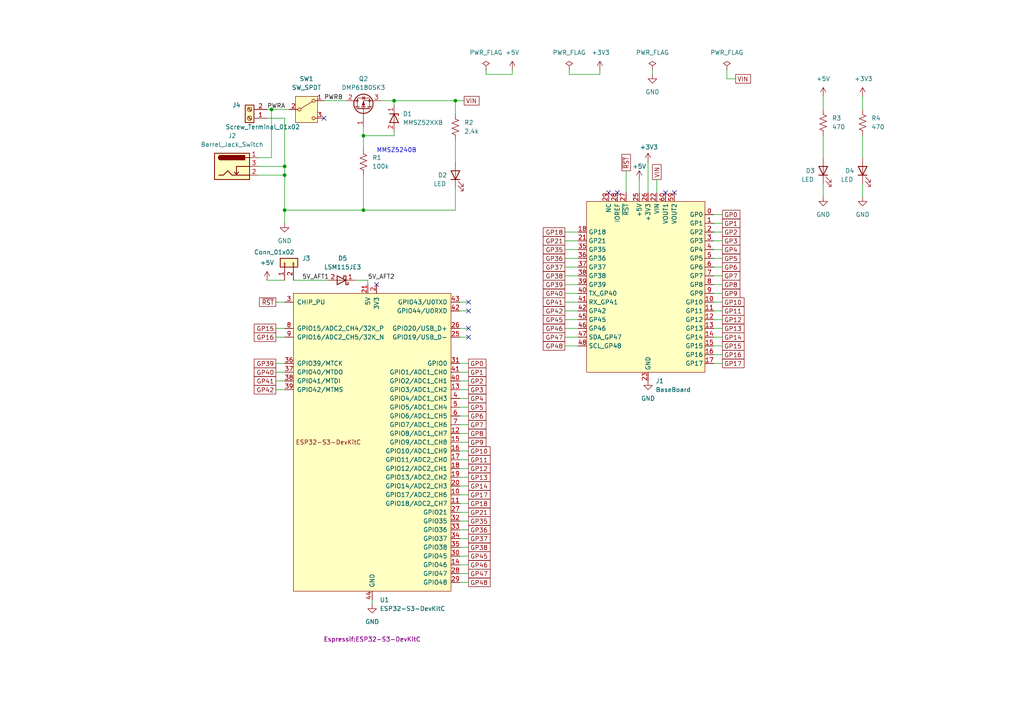
<source format=kicad_sch>
(kicad_sch (version 20231120) (generator "eeschema") (generator_version "8.0")
  (paper "A4")
  (lib_symbols
    (symbol "Connector:Barrel_Jack_Switch" (pin_names hide)
      (property "Reference" "J" (at 0 5.334 0))
      (property "Value" "Barrel_Jack_Switch" (at 0 -5.08 0))
      (symbol "Barrel_Jack_Switch_0_1"
        (rectangle (start -5.08 3.81) (end 5.08 -3.81) (stroke (width 0.254)) (fill (type background)))
        (arc (start -3.302 3.175) (mid -3.9343 2.54) (end -3.302 1.905) (stroke (width 0.254)))
        (arc (start -3.302 3.175) (mid -3.9343 2.54) (end -3.302 1.905) (stroke (width 0.254)) (fill (type outline)))
        (polyline (pts (xy 1.27 -2.286) (xy 1.905 -1.651)) (stroke (width 0.254)))
        (polyline (pts (xy 5.08 2.54) (xy 3.81 2.54)) (stroke (width 0.254)))
        (polyline (pts (xy 5.08 0) (xy 1.27 0) (xy 1.27 -2.286) (xy 0.635 -1.651)) (stroke (width 0.254)))
        (polyline (pts (xy -3.81 -2.54) (xy -2.54 -2.54) (xy -1.27 -1.27) (xy 0 -2.54) (xy 2.54 -2.54) (xy 5.08 -2.54)) (stroke (width 0.254)))
        (rectangle (start 3.683 3.175) (end -3.302 1.905) (stroke (width 0.254)) (fill (type outline)))
      )
      (symbol "Barrel_Jack_Switch_1_1"
        (pin passive line (at 7.62 2.54 180) (length 2.54) (name "~") (number "1"))
        (pin passive line (at 7.62 -2.54 180) (length 2.54) (name "~") (number "2"))
        (pin passive line (at 7.62 0 180) (length 2.54) (name "~") (number "3"))
      )
    )
    (symbol "Connector:Screw_Terminal_01x02" (pin_names (offset 1.016) hide)
      (property "Reference" "J" (at 0 2.54 0))
      (property "Value" "Screw_Terminal_01x02" (at 0 -5.08 0))
      (symbol "Screw_Terminal_01x02_1_1"
        (rectangle (start -1.27 1.27) (end 1.27 -3.81) (stroke (width 0.254)) (fill (type background)))
        (circle (center 0 -2.54) (radius 0.635) (stroke (width 0.1524)))
        (polyline (pts (xy -0.5334 -2.2098) (xy 0.3302 -3.048)) (stroke (width 0.1524)))
        (polyline (pts (xy -0.5334 0.3302) (xy 0.3302 -0.508)) (stroke (width 0.1524)))
        (polyline (pts (xy -0.3556 -2.032) (xy 0.508 -2.8702)) (stroke (width 0.1524)))
        (polyline (pts (xy -0.3556 0.508) (xy 0.508 -0.3302)) (stroke (width 0.1524)))
        (circle (center 0 0) (radius 0.635) (stroke (width 0.1524)))
        (pin passive line (at -5.08 0 0) (length 3.81) (name "Pin_1") (number "1"))
        (pin passive line (at -5.08 -2.54 0) (length 3.81) (name "Pin_2") (number "2"))
      )
    )
    (symbol "Connector_Generic:Conn_01x02" (pin_names (offset 1.016) hide)
      (property "Reference" "J" (at 0 2.54 0))
      (property "Value" "Conn_01x02" (at 0 -5.08 0))
      (symbol "Conn_01x02_1_1"
        (rectangle (start -1.27 -2.413) (end 0 -2.667) (stroke (width 0.1524)))
        (rectangle (start -1.27 0.127) (end 0 -0.127) (stroke (width 0.1524)))
        (rectangle (start -1.27 1.27) (end 1.27 -3.81) (stroke (width 0.254)) (fill (type background)))
        (pin passive line (at -5.08 0 0) (length 3.81) (name "Pin_1") (number "1"))
        (pin passive line (at -5.08 -2.54 0) (length 3.81) (name "Pin_2") (number "2"))
      )
    )
    (symbol "Device:LED" (pin_numbers hide) (pin_names (offset 1.016) hide)
      (property "Reference" "D" (at 0 2.54 0))
      (property "Value" "LED" (at 0 -2.54 0))
      (symbol "LED_0_1"
        (polyline (pts (xy -1.27 -1.27) (xy -1.27 1.27)) (stroke (width 0.254)))
        (polyline (pts (xy -1.27 0) (xy 1.27 0)))
        (polyline (pts (xy 1.27 -1.27) (xy 1.27 1.27) (xy -1.27 0) (xy 1.27 -1.27)) (stroke (width 0.254)))
        (polyline (pts (xy -3.048 -0.762) (xy -4.572 -2.286) (xy -3.81 -2.286) (xy -4.572 -2.286) (xy -4.572 -1.524)))
        (polyline (pts (xy -1.778 -0.762) (xy -3.302 -2.286) (xy -2.54 -2.286) (xy -3.302 -2.286) (xy -3.302 -1.524)))
      )
      (symbol "LED_1_1"
        (pin passive line (at -3.81 0 0) (length 2.54) (name "K") (number "1"))
        (pin passive line (at 3.81 0 180) (length 2.54) (name "A") (number "2"))
      )
    )
    (symbol "Device:R_US" (pin_numbers hide) (pin_names (offset 0))
      (property "Reference" "R" (at 2.54 0 90))
      (property "Value" "R_US" (at -2.54 0 90))
      (symbol "R_US_0_1"
        (polyline (pts (xy 0 -2.286) (xy 0 -2.54)))
        (polyline (pts (xy 0 2.286) (xy 0 2.54)))
        (polyline (pts (xy 0 -0.762) (xy 1.016 -1.143) (xy 0 -1.524) (xy -1.016 -1.905) (xy 0 -2.286)))
        (polyline (pts (xy 0 0.762) (xy 1.016 0.381) (xy 0 0) (xy -1.016 -0.381) (xy 0 -0.762)))
        (polyline (pts (xy 0 2.286) (xy 1.016 1.905) (xy 0 1.524) (xy -1.016 1.143) (xy 0 0.762)))
      )
      (symbol "R_US_1_1"
        (pin passive line (at 0 3.81 270) (length 1.27) (name "~") (number "1"))
        (pin passive line (at 0 -3.81 90) (length 1.27) (name "~") (number "2"))
      )
    )
    (symbol "Espressif:ESP32-S3-DevKitC" (pin_names (offset 1.016))
      (property "Reference" "U" (at -22.86 48.26 0))
      (property "Value" "ESP32-S3-DevKitC" (at -22.86 45.72 0))
      (symbol "ESP32-S3-DevKitC_0_0"
        (text "ESP32-S3-DevKitC" (at -12.7 0 0) (effects (font (size 1.27 1.27))))
        (pin bidirectional line (at 25.4 -35.56 180) (length 2.54) (name "GPIO46") (number "14"))
        (pin bidirectional line (at 25.4 -10.16 180) (length 2.54) (name "GPIO13/ADC2_CH2") (number "19"))
        (pin bidirectional line (at -25.4 15.24 0) (length 2.54) (name "GPIO42/MTMS") (number "39"))
        (pin bidirectional line (at 25.4 17.78 180) (length 2.54) (name "GPIO2/ADC1_CH1") (number "40"))
        (pin bidirectional line (at 25.4 20.32 180) (length 2.54) (name "GPIO1/ADC1_CH0") (number "41"))
        (pin bidirectional line (at 25.4 38.1 180) (length 2.54) (name "GPIO44/U0RXD") (number "42"))
        (pin bidirectional line (at 25.4 40.64 180) (length 2.54) (name "GPIO43/U0TXD") (number "43"))
        (pin power_in line (at 0 -45.72 90) (length 2.54) (name "GND") (number "44"))
      )
      (symbol "ESP32-S3-DevKitC_0_1"
        (rectangle (start -22.86 43.18) (end 22.86 -43.18) (fill (type background)))
        (pin power_in line (at 1.27 45.72 270) (length 2.54) (name "3V3") (number "2"))
      )
      (symbol "ESP32-S3-DevKitC_1_1"
        (pin passive line (at 1.27 45.72 270) (length 2.54) hide (name "3V3") (number "1"))
        (pin bidirectional line (at 25.4 -15.24 180) (length 2.54) (name "GPIO17/ADC2_CH6") (number "10"))
        (pin bidirectional line (at 25.4 -17.78 180) (length 2.54) (name "GPIO18/ADC2_CH7") (number "11"))
        (pin bidirectional line (at 25.4 2.54 180) (length 2.54) (name "GPIO8/ADC1_CH7") (number "12"))
        (pin bidirectional line (at 25.4 15.24 180) (length 2.54) (name "GPIO3/ADC1_CH2") (number "13"))
        (pin bidirectional line (at 25.4 0 180) (length 2.54) (name "GPIO9/ADC1_CH8") (number "15"))
        (pin bidirectional line (at 25.4 -2.54 180) (length 2.54) (name "GPIO10/ADC1_CH9") (number "16"))
        (pin bidirectional line (at 25.4 -5.08 180) (length 2.54) (name "GPIO11/ADC2_CH0") (number "17"))
        (pin bidirectional line (at 25.4 -7.62 180) (length 2.54) (name "GPIO12/ADC2_CH1") (number "18"))
        (pin bidirectional line (at 25.4 -12.7 180) (length 2.54) (name "GPIO14/ADC2_CH3") (number "20"))
        (pin power_in line (at -1.27 45.72 270) (length 2.54) (name "5V") (number "21"))
        (pin passive line (at 0 -45.72 90) (length 2.54) hide (name "GND") (number "22"))
        (pin passive line (at 0 -45.72 90) (length 2.54) hide (name "GND") (number "23"))
        (pin passive line (at 0 -45.72 90) (length 2.54) hide (name "GND") (number "24"))
        (pin bidirectional line (at 25.4 30.48 180) (length 2.54) (name "GPIO19/USB_D-") (number "25"))
        (pin bidirectional line (at 25.4 33.02 180) (length 2.54) (name "GPIO20/USB_D+") (number "26"))
        (pin bidirectional line (at 25.4 -20.32 180) (length 2.54) (name "GPIO21") (number "27"))
        (pin bidirectional line (at 25.4 -38.1 180) (length 2.54) (name "GPIO47") (number "28"))
        (pin bidirectional line (at 25.4 -40.64 180) (length 2.54) (name "GPIO48") (number "29"))
        (pin input line (at -25.4 40.64 0) (length 2.54) (name "CHIP_PU") (number "3"))
        (pin bidirectional line (at 25.4 -33.02 180) (length 2.54) (name "GPIO45") (number "30"))
        (pin bidirectional line (at 25.4 22.86 180) (length 2.54) (name "GPIO0") (number "31"))
        (pin bidirectional line (at 25.4 -22.86 180) (length 2.54) (name "GPIO35") (number "32"))
        (pin bidirectional line (at 25.4 -25.4 180) (length 2.54) (name "GPIO36") (number "33"))
        (pin bidirectional line (at 25.4 -27.94 180) (length 2.54) (name "GPIO37") (number "34"))
        (pin bidirectional line (at 25.4 -30.48 180) (length 2.54) (name "GPIO38") (number "35"))
        (pin bidirectional line (at -25.4 22.86 0) (length 2.54) (name "GPIO39/MTCK") (number "36"))
        (pin bidirectional line (at -25.4 20.32 0) (length 2.54) (name "GPIO40/MTDO") (number "37"))
        (pin bidirectional line (at -25.4 17.78 0) (length 2.54) (name "GPIO41/MTDI") (number "38"))
        (pin bidirectional line (at 25.4 12.7 180) (length 2.54) (name "GPIO4/ADC1_CH3") (number "4"))
        (pin bidirectional line (at 25.4 10.16 180) (length 2.54) (name "GPIO5/ADC1_CH4") (number "5"))
        (pin bidirectional line (at 25.4 7.62 180) (length 2.54) (name "GPIO6/ADC1_CH5") (number "6"))
        (pin bidirectional line (at 25.4 5.08 180) (length 2.54) (name "GPIO7/ADC1_CH6") (number "7"))
        (pin bidirectional line (at -25.4 33.02 0) (length 2.54) (name "GPIO15/ADC2_CH4/32K_P") (number "8"))
        (pin bidirectional line (at -25.4 30.48 0) (length 2.54) (name "GPIO16/ADC2_CH5/32K_N") (number "9"))
      )
    )
    (symbol "Switch:SW_SPDT" (pin_names (offset 0) hide)
      (property "Reference" "SW" (at 0 5.08 0))
      (property "Value" "SW_SPDT" (at 0 -5.08 0))
      (symbol "SW_SPDT_0_1"
        (circle (center -2.032 0) (radius 0.4572))
        (polyline (pts (xy -1.651 0.254) (xy 1.651 2.286)))
        (circle (center 2.032 -2.54) (radius 0.4572))
        (circle (center 2.032 2.54) (radius 0.4572))
      )
      (symbol "SW_SPDT_1_1"
        (rectangle (start -3.175 3.81) (end 3.175 -3.81) (fill (type background)))
        (pin passive line (at 5.08 2.54 180) (length 2.54) (name "A") (number "1"))
        (pin passive line (at -5.08 0 0) (length 2.54) (name "B") (number "2"))
        (pin passive line (at 5.08 -2.54 180) (length 2.54) (name "C") (number "3"))
      )
    )
    (symbol "myparts:BaseBoard"
      (property "Reference" "J" (at -19.304 -42.926 0))
      (property "Value" "BaseBoard" (at -26.67 12.954 0))
      (symbol "BaseBoard_1_1"
        (rectangle (start -20.32 8.89) (end 13.97 -40.64) (fill (type background)))
        (pin bidirectional line (at 16.51 5.08 180) (length 2.54) (name "GP0") (number "0"))
        (pin bidirectional line (at 16.51 2.54 180) (length 2.54) (name "GP1") (number "1"))
        (pin bidirectional line (at 16.51 -20.32 180) (length 2.54) (name "GP10") (number "10"))
        (pin bidirectional line (at 16.51 -22.86 180) (length 2.54) (name "GP11") (number "11"))
        (pin bidirectional line (at 16.51 -25.4 180) (length 2.54) (name "GP12") (number "12"))
        (pin bidirectional line (at 16.51 -27.94 180) (length 2.54) (name "GP13") (number "13"))
        (pin bidirectional line (at 16.51 -30.48 180) (length 2.54) (name "GP14") (number "14"))
        (pin bidirectional line (at 16.51 -33.02 180) (length 2.54) (name "GP15") (number "15"))
        (pin bidirectional line (at 16.51 -35.56 180) (length 2.54) (name "GP16") (number "16"))
        (pin bidirectional line (at 16.51 -38.1 180) (length 2.54) (name "GP17") (number "17"))
        (pin bidirectional line (at -22.86 0 0) (length 2.54) (name "GP18") (number "18"))
        (pin bidirectional line (at 16.51 0 180) (length 2.54) (name "GP2") (number "2"))
        (pin bidirectional line (at -22.86 -2.54 0) (length 2.54) (name "GP21") (number "21"))
        (pin power_in line (at 0 11.43 270) (length 2.54) (name "VIN") (number "22"))
        (pin power_in line (at -2.54 -43.18 90) (length 2.54) (name "GND") (number "23"))
        (pin power_in line (at -2.54 -43.18 90) (length 2.54) hide (name "GND") (number "24"))
        (pin power_in line (at -5.08 11.43 270) (length 2.54) (name "+5V") (number "25"))
        (pin power_in line (at -2.54 11.43 270) (length 2.54) (name "+3V3") (number "26"))
        (pin bidirectional line (at -8.89 11.43 270) (length 2.54) (name "~{RST}") (number "27"))
        (pin bidirectional line (at -11.43 11.43 270) (length 2.54) (name "IOREF") (number "28"))
        (pin bidirectional line (at -13.97 11.43 270) (length 2.54) (name "NC") (number "29"))
        (pin bidirectional line (at 16.51 -2.54 180) (length 2.54) (name "GP3") (number "3"))
        (pin power_in line (at -2.54 -43.18 90) (length 2.54) hide (name "GND") (number "30"))
        (pin power_in line (at -2.54 11.43 270) (length 2.54) hide (name "+3V3") (number "32"))
        (pin bidirectional line (at -22.86 -5.08 0) (length 2.54) (name "GP35") (number "35"))
        (pin bidirectional line (at -22.86 -7.62 0) (length 2.54) (name "GP36") (number "36"))
        (pin bidirectional line (at -22.86 -10.16 0) (length 2.54) (name "GP37") (number "37"))
        (pin bidirectional line (at -22.86 -12.7 0) (length 2.54) (name "GP38") (number "38"))
        (pin bidirectional line (at -22.86 -15.24 0) (length 2.54) (name "GP39") (number "39"))
        (pin bidirectional line (at 16.51 -5.08 180) (length 2.54) (name "GP4") (number "4"))
        (pin bidirectional line (at -22.86 -17.78 0) (length 2.54) (name "TX_GP40") (number "40"))
        (pin bidirectional line (at -22.86 -20.32 0) (length 2.54) (name "RX_GP41") (number "41"))
        (pin bidirectional line (at -22.86 -22.86 0) (length 2.54) (name "GP42") (number "42"))
        (pin bidirectional line (at -22.86 -25.4 0) (length 2.54) (name "GP45") (number "45"))
        (pin bidirectional line (at -22.86 -27.94 0) (length 2.54) (name "GP46") (number "46"))
        (pin bidirectional line (at -22.86 -30.48 0) (length 2.54) (name "SDA_GP47") (number "47"))
        (pin bidirectional line (at -22.86 -33.02 0) (length 2.54) (name "SCL_GP48") (number "48"))
        (pin bidirectional line (at 16.51 -7.62 180) (length 2.54) (name "GP5") (number "5"))
        (pin power_in line (at 0 11.43 270) (length 2.54) hide (name "VIN") (number "53"))
        (pin power_in line (at 0 11.43 270) (length 2.54) hide (name "VIN") (number "54"))
        (pin power_in line (at -2.54 -43.18 90) (length 2.54) hide (name "GND") (number "55"))
        (pin power_in line (at -2.54 -43.18 90) (length 2.54) hide (name "GND") (number "56"))
        (pin power_in line (at -2.54 -43.18 90) (length 2.54) hide (name "GND") (number "57"))
        (pin power_in line (at -2.54 -43.18 90) (length 2.54) hide (name "GND") (number "58"))
        (pin power_in line (at 5.08 11.43 270) (length 2.54) (name "VOUT2") (number "59"))
        (pin bidirectional line (at 16.51 -10.16 180) (length 2.54) (name "GP6") (number "6"))
        (pin power_in line (at 2.54 11.43 270) (length 2.54) (name "VOUT1") (number "60"))
        (pin power_in line (at -5.08 11.43 270) (length 2.54) hide (name "+5V") (number "61"))
        (pin power_in line (at -2.54 11.43 270) (length 2.54) hide (name "+3V3") (number "62"))
        (pin bidirectional line (at 16.51 -12.7 180) (length 2.54) (name "GP7") (number "7"))
        (pin bidirectional line (at 16.51 -15.24 180) (length 2.54) (name "GP8") (number "8"))
        (pin bidirectional line (at 16.51 -17.78 180) (length 2.54) (name "GP9") (number "9"))
      )
    )
    (symbol "myparts:DMP6180SK3" (pin_names hide)
      (property "Reference" "Q" (at -6.35 3.81 0))
      (property "Value" "DMP6180SK3" (at -8.89 -5.08 0))
      (symbol "DMP6180SK3_0_1"
        (circle (center -0.889 0) (radius 2.794) (stroke (width 0.254)))
        (circle (center 0 -1.778) (radius 0.254) (fill (type outline)))
        (polyline (pts (xy -2.286 0) (xy -5.08 0)))
        (polyline (pts (xy -2.286 1.905) (xy -2.286 -1.905)) (stroke (width 0.254)))
        (polyline (pts (xy -1.778 -1.27) (xy -1.778 -2.286)) (stroke (width 0.254)))
        (polyline (pts (xy -1.778 0.508) (xy -1.778 -0.508)) (stroke (width 0.254)))
        (polyline (pts (xy -1.778 2.286) (xy -1.778 1.27)) (stroke (width 0.254)))
        (polyline (pts (xy 0 2.54) (xy 0 1.778)))
        (polyline (pts (xy 0 -2.54) (xy 0 0) (xy -1.778 0)))
        (polyline (pts (xy -1.778 1.778) (xy 0.762 1.778) (xy 0.762 -1.778) (xy -1.778 -1.778)))
        (polyline (pts (xy -0.254 0) (xy -1.27 0.381) (xy -1.27 -0.381) (xy -0.254 0)) (fill (type outline)))
        (polyline (pts (xy 0.254 -0.508) (xy 0.381 -0.381) (xy 1.143 -0.381) (xy 1.27 -0.254)))
        (polyline (pts (xy 0.762 -0.381) (xy 0.381 0.254) (xy 1.143 0.254) (xy 0.762 -0.381)))
        (circle (center 0 1.778) (radius 0.254) (fill (type outline)))
      )
      (symbol "DMP6180SK3_1_1"
        (pin input line (at -7.62 0 0) (length 2.54) (name "G") (number "1"))
        (pin passive line (at 0 5.08 270) (length 2.54) (name "D") (number "2"))
        (pin passive line (at 0 -5.08 90) (length 2.54) (name "S") (number "3"))
      )
    )
    (symbol "myparts:LSM115JE3" (pin_names hide)
      (property "Reference" "D" (at -1.27 2.794 0))
      (property "Value" "LSM115JE3" (at 0 0 0))
      (symbol "LSM115JE3_0_1"
        (polyline (pts (xy 1.27 0) (xy -1.27 0)))
        (polyline (pts (xy 1.27 1.27) (xy 1.27 -1.27) (xy -1.27 0) (xy 1.27 1.27)) (stroke (width 0.254)))
        (polyline (pts (xy -1.905 0.635) (xy -1.905 1.27) (xy -1.27 1.27) (xy -1.27 -1.27) (xy -0.635 -1.27) (xy -0.635 -0.635)) (stroke (width 0.254)))
      )
      (symbol "LSM115JE3_1_1"
        (pin passive line (at -3.81 0 0) (length 2.54) (name "K") (number "1"))
        (pin passive line (at 3.81 0 180) (length 2.54) (name "A") (number "2"))
      )
    )
    (symbol "myparts:MMSZ52XXB" (pin_names hide)
      (property "Reference" "D" (at -7.62 -2.54 0))
      (property "Value" "MMSZ52XXB" (at -2.54 3.81 0))
      (symbol "MMSZ52XXB_0_1"
        (polyline (pts (xy 2.54 0) (xy 0 0)))
        (polyline (pts (xy 0 -1.27) (xy 0 1.27) (xy 0.508 1.27)) (stroke (width 0.254)))
        (polyline (pts (xy 2.54 -1.27) (xy 2.54 1.27) (xy 0 0) (xy 2.54 -1.27)) (stroke (width 0.254)))
      )
      (symbol "MMSZ52XXB_1_1"
        (pin passive line (at -2.54 0 0) (length 2.54) (name "K") (number "1"))
        (pin passive line (at 5.08 0 180) (length 2.54) (name "A") (number "2"))
      )
    )
    (symbol "power:+3V3" (power) (pin_numbers hide) (pin_names (offset 0) hide)
      (property "Value" "+3V3" (at 0 3.556 0))
      (symbol "+3V3_0_1"
        (polyline (pts (xy -0.762 1.27) (xy 0 2.54)))
        (polyline (pts (xy 0 0) (xy 0 2.54)))
        (polyline (pts (xy 0 2.54) (xy 0.762 1.27)))
      )
      (symbol "+3V3_1_1"
        (pin power_in line (at 0 0 90) (length 0) (name "~") (number "1"))
      )
    )
    (symbol "power:+5V" (power) (pin_numbers hide) (pin_names (offset 0) hide)
      (property "Value" "+5V" (at 0 3.556 0))
      (symbol "+5V_0_1"
        (polyline (pts (xy -0.762 1.27) (xy 0 2.54)))
        (polyline (pts (xy 0 0) (xy 0 2.54)))
        (polyline (pts (xy 0 2.54) (xy 0.762 1.27)))
      )
      (symbol "+5V_1_1"
        (pin power_in line (at 0 0 90) (length 0) (name "~") (number "1"))
      )
    )
    (symbol "power:GND" (power) (pin_numbers hide) (pin_names (offset 0) hide)
      (property "Value" "GND" (at 0 -3.81 0))
      (symbol "GND_0_1"
        (polyline (pts (xy 0 0) (xy 0 -1.27) (xy 1.27 -1.27) (xy 0 -2.54) (xy -1.27 -1.27) (xy 0 -1.27)))
      )
      (symbol "GND_1_1"
        (pin power_in line (at 0 0 270) (length 0) (name "~") (number "1"))
      )
    )
    (symbol "power:PWR_FLAG" (power) (pin_numbers hide) (pin_names (offset 0) hide)
      (property "Value" "PWR_FLAG" (at 0 3.81 0))
      (symbol "PWR_FLAG_0_0"
        (pin power_out line (at 0 0 90) (length 0) (name "~") (number "1"))
      )
      (symbol "PWR_FLAG_0_1"
        (polyline (pts (xy 0 0) (xy 0 1.27) (xy -1.016 1.905) (xy 0 2.54) (xy 1.016 1.905) (xy 0 1.27)))
      )
    )
  )
  (junction (at 105.41 39.37))
  (junction (at 132.08 29.21))
  (junction (at 82.55 60.96))
  (junction (at 82.55 48.26))
  (junction (at 114.3 29.21))
  (junction (at 78.74 31.75))
  (junction (at 82.55 50.8))
  (junction (at 105.41 60.96))
  (no_connect (at 135.89 97.79))
  (no_connect (at 135.89 95.25))
  (no_connect (at 135.89 90.17))
  (no_connect (at 135.89 87.63))
  (no_connect (at 179.07 55.88))
  (no_connect (at 93.98 34.29))
  (no_connect (at 195.58 55.88))
  (no_connect (at 193.04 55.88))
  (no_connect (at 109.22 82.55))
  (no_connect (at 176.53 55.88))
  (wire (pts (xy 105.41 39.37) (xy 105.41 43.18)))
  (wire (pts (xy 132.08 29.21) (xy 132.08 33.02)))
  (wire (pts (xy 165.1 20.32) (xy 165.1 21.59)))
  (wire (pts (xy 93.98 29.21) (xy 100.33 29.21)))
  (wire (pts (xy 207.01 100.33) (xy 209.55 100.33)))
  (wire (pts (xy 133.35 138.43) (xy 135.89 138.43)))
  (wire (pts (xy 207.01 80.01) (xy 209.55 80.01)))
  (wire (pts (xy 77.47 31.75) (xy 78.74 31.75)))
  (wire (pts (xy 77.47 34.29) (xy 82.55 34.29)))
  (wire (pts (xy 82.55 60.96) (xy 82.55 64.77)))
  (wire (pts (xy 207.01 69.85) (xy 209.55 69.85)))
  (wire (pts (xy 80.01 87.63) (xy 82.55 87.63)))
  (wire (pts (xy 133.35 158.75) (xy 135.89 158.75)))
  (wire (pts (xy 133.35 168.91) (xy 135.89 168.91)))
  (wire (pts (xy 163.83 87.63) (xy 167.64 87.63)))
  (wire (pts (xy 133.35 133.35) (xy 135.89 133.35)))
  (wire (pts (xy 207.01 62.23) (xy 209.55 62.23)))
  (wire (pts (xy 133.35 115.57) (xy 135.89 115.57)))
  (wire (pts (xy 133.35 161.29) (xy 135.89 161.29)))
  (wire (pts (xy 148.59 20.32) (xy 148.59 21.59)))
  (wire (pts (xy 106.68 81.28) (xy 106.68 82.55)))
  (wire (pts (xy 105.41 60.96) (xy 132.08 60.96)))
  (wire (pts (xy 82.55 34.29) (xy 82.55 48.26)))
  (wire (pts (xy 133.35 105.41) (xy 135.89 105.41)))
  (wire (pts (xy 133.35 128.27) (xy 135.89 128.27)))
  (wire (pts (xy 238.76 39.37) (xy 238.76 45.72)))
  (wire (pts (xy 82.55 48.26) (xy 82.55 50.8)))
  (wire (pts (xy 207.01 92.71) (xy 209.55 92.71)))
  (wire (pts (xy 77.47 81.28) (xy 82.55 81.28)))
  (wire (pts (xy 80.01 113.03) (xy 82.55 113.03)))
  (wire (pts (xy 74.93 45.72) (xy 78.74 45.72)))
  (wire (pts (xy 133.35 95.25) (xy 135.89 95.25)))
  (wire (pts (xy 163.83 77.47) (xy 167.64 77.47)))
  (wire (pts (xy 133.35 107.95) (xy 135.89 107.95)))
  (wire (pts (xy 250.19 53.34) (xy 250.19 57.15)))
  (wire (pts (xy 80.01 97.79) (xy 82.55 97.79)))
  (wire (pts (xy 133.35 120.65) (xy 135.89 120.65)))
  (wire (pts (xy 133.35 151.13) (xy 135.89 151.13)))
  (wire (pts (xy 133.35 135.89) (xy 135.89 135.89)))
  (wire (pts (xy 185.42 52.07) (xy 185.42 55.88)))
  (wire (pts (xy 133.35 146.05) (xy 135.89 146.05)))
  (wire (pts (xy 250.19 27.94) (xy 250.19 31.75)))
  (wire (pts (xy 207.01 64.77) (xy 209.55 64.77)))
  (wire (pts (xy 140.97 20.32) (xy 140.97 21.59)))
  (wire (pts (xy 110.49 29.21) (xy 114.3 29.21)))
  (wire (pts (xy 80.01 110.49) (xy 82.55 110.49)))
  (wire (pts (xy 207.01 105.41) (xy 209.55 105.41)))
  (wire (pts (xy 133.35 166.37) (xy 135.89 166.37)))
  (wire (pts (xy 163.83 67.31) (xy 167.64 67.31)))
  (wire (pts (xy 165.1 21.59) (xy 173.99 21.59)))
  (wire (pts (xy 163.83 85.09) (xy 167.64 85.09)))
  (wire (pts (xy 207.01 67.31) (xy 209.55 67.31)))
  (wire (pts (xy 163.83 100.33) (xy 167.64 100.33)))
  (wire (pts (xy 74.93 50.8) (xy 82.55 50.8)))
  (wire (pts (xy 173.99 21.59) (xy 173.99 20.32)))
  (wire (pts (xy 207.01 77.47) (xy 209.55 77.47)))
  (wire (pts (xy 207.01 90.17) (xy 209.55 90.17)))
  (wire (pts (xy 207.01 97.79) (xy 209.55 97.79)))
  (wire (pts (xy 163.83 95.25) (xy 167.64 95.25)))
  (wire (pts (xy 133.35 90.17) (xy 135.89 90.17)))
  (wire (pts (xy 207.01 95.25) (xy 209.55 95.25)))
  (wire (pts (xy 207.01 74.93) (xy 209.55 74.93)))
  (wire (pts (xy 114.3 38.1) (xy 114.3 39.37)))
  (wire (pts (xy 207.01 85.09) (xy 209.55 85.09)))
  (wire (pts (xy 207.01 102.87) (xy 209.55 102.87)))
  (wire (pts (xy 133.35 97.79) (xy 135.89 97.79)))
  (wire (pts (xy 133.35 123.19) (xy 135.89 123.19)))
  (wire (pts (xy 107.95 173.99) (xy 107.95 175.26)))
  (wire (pts (xy 80.01 105.41) (xy 82.55 105.41)))
  (wire (pts (xy 207.01 72.39) (xy 209.55 72.39)))
  (wire (pts (xy 80.01 107.95) (xy 82.55 107.95)))
  (wire (pts (xy 190.5 52.07) (xy 190.5 55.88)))
  (wire (pts (xy 132.08 40.64) (xy 132.08 46.99)))
  (wire (pts (xy 148.59 21.59) (xy 140.97 21.59)))
  (wire (pts (xy 133.35 130.81) (xy 135.89 130.81)))
  (wire (pts (xy 133.35 156.21) (xy 135.89 156.21)))
  (wire (pts (xy 114.3 29.21) (xy 114.3 30.48)))
  (wire (pts (xy 105.41 50.8) (xy 105.41 60.96)))
  (wire (pts (xy 250.19 39.37) (xy 250.19 45.72)))
  (wire (pts (xy 163.83 92.71) (xy 167.64 92.71)))
  (wire (pts (xy 102.87 81.28) (xy 106.68 81.28)))
  (wire (pts (xy 78.74 45.72) (xy 78.74 31.75)))
  (wire (pts (xy 133.35 153.67) (xy 135.89 153.67)))
  (wire (pts (xy 181.61 49.53) (xy 181.61 55.88)))
  (wire (pts (xy 82.55 50.8) (xy 82.55 60.96)))
  (wire (pts (xy 189.23 20.32) (xy 189.23 21.59)))
  (wire (pts (xy 82.55 60.96) (xy 105.41 60.96)))
  (wire (pts (xy 238.76 53.34) (xy 238.76 57.15)))
  (wire (pts (xy 207.01 87.63) (xy 209.55 87.63)))
  (wire (pts (xy 114.3 39.37) (xy 105.41 39.37)))
  (wire (pts (xy 133.35 125.73) (xy 135.89 125.73)))
  (wire (pts (xy 133.35 87.63) (xy 135.89 87.63)))
  (wire (pts (xy 163.83 72.39) (xy 167.64 72.39)))
  (wire (pts (xy 133.35 163.83) (xy 135.89 163.83)))
  (wire (pts (xy 163.83 80.01) (xy 167.64 80.01)))
  (wire (pts (xy 207.01 82.55) (xy 209.55 82.55)))
  (wire (pts (xy 85.09 81.28) (xy 95.25 81.28)))
  (wire (pts (xy 163.83 97.79) (xy 167.64 97.79)))
  (wire (pts (xy 133.35 110.49) (xy 135.89 110.49)))
  (wire (pts (xy 74.93 48.26) (xy 82.55 48.26)))
  (wire (pts (xy 133.35 143.51) (xy 135.89 143.51)))
  (wire (pts (xy 163.83 82.55) (xy 167.64 82.55)))
  (wire (pts (xy 105.41 39.37) (xy 105.41 36.83)))
  (wire (pts (xy 133.35 118.11) (xy 135.89 118.11)))
  (wire (pts (xy 187.96 46.99) (xy 187.96 55.88)))
  (wire (pts (xy 132.08 54.61) (xy 132.08 60.96)))
  (wire (pts (xy 213.36 22.86) (xy 210.82 22.86)))
  (wire (pts (xy 163.83 74.93) (xy 167.64 74.93)))
  (wire (pts (xy 80.01 95.25) (xy 82.55 95.25)))
  (wire (pts (xy 114.3 29.21) (xy 132.08 29.21)))
  (wire (pts (xy 133.35 140.97) (xy 135.89 140.97)))
  (wire (pts (xy 238.76 27.94) (xy 238.76 31.75)))
  (wire (pts (xy 133.35 113.03) (xy 135.89 113.03)))
  (wire (pts (xy 132.08 29.21) (xy 134.62 29.21)))
  (wire (pts (xy 163.83 90.17) (xy 167.64 90.17)))
  (wire (pts (xy 78.74 31.75) (xy 83.82 31.75)))
  (wire (pts (xy 163.83 69.85) (xy 167.64 69.85)))
  (wire (pts (xy 133.35 148.59) (xy 135.89 148.59)))
  (wire (pts (xy 210.82 20.32) (xy 210.82 22.86)))
  (text "MMSZ5240B" (at 109.22 44.45 0) (effects (font (size 1.27 1.27)) (justify left bottom)))
  (label "5V_AFT1" (at 87.63 81.28 0))
  (label "5V_AFT2" (at 106.68 81.28 0))
  (label "PWRB" (at 93.98 29.21 0))
  (label "PWRA" (at 77.47 31.75 0))
  (global_label "GP3" (shape passive) (at 135.89 113.03 0) (property "Intersheetrefs" "${INTERSHEET_REFS}" (effects (hide yes))))
  (global_label "GP40" (shape passive) (at 163.83 85.09 180) (property "Intersheetrefs" "${INTERSHEET_REFS}" (effects (hide yes))))
  (global_label "GP4" (shape passive) (at 209.55 72.39 0) (property "Intersheetrefs" "${INTERSHEET_REFS}" (effects (hide yes))))
  (global_label "GP39" (shape passive) (at 80.01 105.41 180) (property "Intersheetrefs" "${INTERSHEET_REFS}" (effects (hide yes))))
  (global_label "VIN" (shape passive) (at 213.36 22.86 0) (property "Intersheetrefs" "${INTERSHEET_REFS}" (effects (hide yes))))
  (global_label "GP0" (shape passive) (at 135.89 105.41 0) (property "Intersheetrefs" "${INTERSHEET_REFS}" (effects (hide yes))))
  (global_label "GP14" (shape passive) (at 135.89 140.97 0) (property "Intersheetrefs" "${INTERSHEET_REFS}" (effects (hide yes))))
  (global_label "GP8" (shape passive) (at 135.89 125.73 0) (property "Intersheetrefs" "${INTERSHEET_REFS}" (effects (hide yes))))
  (global_label "GP11" (shape passive) (at 209.55 90.17 0) (property "Intersheetrefs" "${INTERSHEET_REFS}" (effects (hide yes))))
  (global_label "GP40" (shape passive) (at 80.01 107.95 180) (property "Intersheetrefs" "${INTERSHEET_REFS}" (effects (hide yes))))
  (global_label "GP2" (shape passive) (at 135.89 110.49 0) (property "Intersheetrefs" "${INTERSHEET_REFS}" (effects (hide yes))))
  (global_label "GP47" (shape passive) (at 135.89 166.37 0) (property "Intersheetrefs" "${INTERSHEET_REFS}" (effects (hide yes))))
  (global_label "GP13" (shape passive) (at 135.89 138.43 0) (property "Intersheetrefs" "${INTERSHEET_REFS}" (effects (hide yes))))
  (global_label "GP46" (shape passive) (at 163.83 95.25 180) (property "Intersheetrefs" "${INTERSHEET_REFS}" (effects (hide yes))))
  (global_label "GP45" (shape passive) (at 163.83 92.71 180) (property "Intersheetrefs" "${INTERSHEET_REFS}" (effects (hide yes))))
  (global_label "GP35" (shape passive) (at 135.89 151.13 0) (property "Intersheetrefs" "${INTERSHEET_REFS}" (effects (hide yes))))
  (global_label "GP48" (shape passive) (at 135.89 168.91 0) (property "Intersheetrefs" "${INTERSHEET_REFS}" (effects (hide yes))))
  (global_label "GP17" (shape passive) (at 209.55 105.41 0) (property "Intersheetrefs" "${INTERSHEET_REFS}" (effects (hide yes))))
  (global_label "GP16" (shape passive) (at 80.01 97.79 180) (property "Intersheetrefs" "${INTERSHEET_REFS}" (effects (hide yes))))
  (global_label "GP14" (shape passive) (at 209.55 97.79 0) (property "Intersheetrefs" "${INTERSHEET_REFS}" (effects (hide yes))))
  (global_label "GP2" (shape passive) (at 209.55 67.31 0) (property "Intersheetrefs" "${INTERSHEET_REFS}" (effects (hide yes))))
  (global_label "GP10" (shape passive) (at 135.89 130.81 0) (property "Intersheetrefs" "${INTERSHEET_REFS}" (effects (hide yes))))
  (global_label "GP1" (shape passive) (at 135.89 107.95 0) (property "Intersheetrefs" "${INTERSHEET_REFS}" (effects (hide yes))))
  (global_label "VIN" (shape passive) (at 190.5 52.07 90) (property "Intersheetrefs" "${INTERSHEET_REFS}" (effects (hide yes))))
  (global_label "GP39" (shape passive) (at 163.83 82.55 180) (property "Intersheetrefs" "${INTERSHEET_REFS}" (effects (hide yes))))
  (global_label "GP9" (shape passive) (at 135.89 128.27 0) (property "Intersheetrefs" "${INTERSHEET_REFS}" (effects (hide yes))))
  (global_label "GP38" (shape passive) (at 135.89 158.75 0) (property "Intersheetrefs" "${INTERSHEET_REFS}" (effects (hide yes))))
  (global_label "GP48" (shape passive) (at 163.83 100.33 180) (property "Intersheetrefs" "${INTERSHEET_REFS}" (effects (hide yes))))
  (global_label "GP5" (shape passive) (at 209.55 74.93 0) (property "Intersheetrefs" "${INTERSHEET_REFS}" (effects (hide yes))))
  (global_label "GP18" (shape passive) (at 135.89 146.05 0) (property "Intersheetrefs" "${INTERSHEET_REFS}" (effects (hide yes))))
  (global_label "GP38" (shape passive) (at 163.83 80.01 180) (property "Intersheetrefs" "${INTERSHEET_REFS}" (effects (hide yes))))
  (global_label "GP16" (shape passive) (at 209.55 102.87 0) (property "Intersheetrefs" "${INTERSHEET_REFS}" (effects (hide yes))))
  (global_label "GP15" (shape passive) (at 209.55 100.33 0) (property "Intersheetrefs" "${INTERSHEET_REFS}" (effects (hide yes))))
  (global_label "GP13" (shape passive) (at 209.55 95.25 0) (property "Intersheetrefs" "${INTERSHEET_REFS}" (effects (hide yes))))
  (global_label "~{RST}" (shape passive) (at 80.01 87.63 180) (property "Intersheetrefs" "${INTERSHEET_REFS}" (effects (hide yes))))
  (global_label "GP6" (shape passive) (at 209.55 77.47 0) (property "Intersheetrefs" "${INTERSHEET_REFS}" (effects (hide yes))))
  (global_label "GP41" (shape passive) (at 163.83 87.63 180) (property "Intersheetrefs" "${INTERSHEET_REFS}" (effects (hide yes))))
  (global_label "GP7" (shape passive) (at 209.55 80.01 0) (property "Intersheetrefs" "${INTERSHEET_REFS}" (effects (hide yes))))
  (global_label "GP4" (shape passive) (at 135.89 115.57 0) (property "Intersheetrefs" "${INTERSHEET_REFS}" (effects (hide yes))))
  (global_label "GP35" (shape passive) (at 163.83 72.39 180) (property "Intersheetrefs" "${INTERSHEET_REFS}" (effects (hide yes))))
  (global_label "VIN" (shape passive) (at 134.62 29.21 0) (property "Intersheetrefs" "${INTERSHEET_REFS}" (effects (hide yes))))
  (global_label "GP0" (shape passive) (at 209.55 62.23 0) (property "Intersheetrefs" "${INTERSHEET_REFS}" (effects (hide yes))))
  (global_label "GP46" (shape passive) (at 135.89 163.83 0) (property "Intersheetrefs" "${INTERSHEET_REFS}" (effects (hide yes))))
  (global_label "~{RST}" (shape passive) (at 181.61 49.53 90) (property "Intersheetrefs" "${INTERSHEET_REFS}" (effects (hide yes))))
  (global_label "GP17" (shape passive) (at 135.89 143.51 0) (property "Intersheetrefs" "${INTERSHEET_REFS}" (effects (hide yes))))
  (global_label "GP47" (shape passive) (at 163.83 97.79 180) (property "Intersheetrefs" "${INTERSHEET_REFS}" (effects (hide yes))))
  (global_label "GP45" (shape passive) (at 135.89 161.29 0) (property "Intersheetrefs" "${INTERSHEET_REFS}" (effects (hide yes))))
  (global_label "GP12" (shape passive) (at 135.89 135.89 0) (property "Intersheetrefs" "${INTERSHEET_REFS}" (effects (hide yes))))
  (global_label "GP42" (shape passive) (at 80.01 113.03 180) (property "Intersheetrefs" "${INTERSHEET_REFS}" (effects (hide yes))))
  (global_label "GP42" (shape passive) (at 163.83 90.17 180) (property "Intersheetrefs" "${INTERSHEET_REFS}" (effects (hide yes))))
  (global_label "GP8" (shape passive) (at 209.55 82.55 0) (property "Intersheetrefs" "${INTERSHEET_REFS}" (effects (hide yes))))
  (global_label "GP36" (shape passive) (at 163.83 74.93 180) (property "Intersheetrefs" "${INTERSHEET_REFS}" (effects (hide yes))))
  (global_label "GP9" (shape passive) (at 209.55 85.09 0) (property "Intersheetrefs" "${INTERSHEET_REFS}" (effects (hide yes))))
  (global_label "GP7" (shape passive) (at 135.89 123.19 0) (property "Intersheetrefs" "${INTERSHEET_REFS}" (effects (hide yes))))
  (global_label "GP1" (shape passive) (at 209.55 64.77 0) (property "Intersheetrefs" "${INTERSHEET_REFS}" (effects (hide yes))))
  (global_label "GP5" (shape passive) (at 135.89 118.11 0) (property "Intersheetrefs" "${INTERSHEET_REFS}" (effects (hide yes))))
  (global_label "GP3" (shape passive) (at 209.55 69.85 0) (property "Intersheetrefs" "${INTERSHEET_REFS}" (effects (hide yes))))
  (global_label "GP41" (shape passive) (at 80.01 110.49 180) (property "Intersheetrefs" "${INTERSHEET_REFS}" (effects (hide yes))))
  (global_label "GP21" (shape passive) (at 163.83 69.85 180) (property "Intersheetrefs" "${INTERSHEET_REFS}" (effects (hide yes))))
  (global_label "GP10" (shape passive) (at 209.55 87.63 0) (property "Intersheetrefs" "${INTERSHEET_REFS}" (effects (hide yes))))
  (global_label "GP15" (shape passive) (at 80.01 95.25 180) (property "Intersheetrefs" "${INTERSHEET_REFS}" (effects (hide yes))))
  (global_label "GP37" (shape passive) (at 163.83 77.47 180) (property "Intersheetrefs" "${INTERSHEET_REFS}" (effects (hide yes))))
  (global_label "GP6" (shape passive) (at 135.89 120.65 0) (property "Intersheetrefs" "${INTERSHEET_REFS}" (effects (hide yes))))
  (global_label "GP37" (shape passive) (at 135.89 156.21 0) (property "Intersheetrefs" "${INTERSHEET_REFS}" (effects (hide yes))))
  (global_label "GP11" (shape passive) (at 135.89 133.35 0) (property "Intersheetrefs" "${INTERSHEET_REFS}" (effects (hide yes))))
  (global_label "GP18" (shape passive) (at 163.83 67.31 180) (property "Intersheetrefs" "${INTERSHEET_REFS}" (effects (hide yes))))
  (global_label "GP12" (shape passive) (at 209.55 92.71 0) (property "Intersheetrefs" "${INTERSHEET_REFS}" (effects (hide yes))))
  (global_label "GP36" (shape passive) (at 135.89 153.67 0) (property "Intersheetrefs" "${INTERSHEET_REFS}" (effects (hide yes))))
  (global_label "GP21" (shape passive) (at 135.89 148.59 0) (property "Intersheetrefs" "${INTERSHEET_REFS}" (effects (hide yes))))
  (symbol (lib_id "power:GND") (at 250.19 57.15 0) (unit 1)
    (property "Reference" "#PWR011" (effects (hide yes)))
    (property "Value" "GND" (at 250.19 62.23 0))
    (property "Description" "Power symbol creates a global label with name \"GND\" , ground" (effects (hide yes)))
  )
  (symbol (lib_id "myparts:MMSZ52XXB") (at 114.3 33.02 270) (unit 1)
    (property "Reference" "D1" (at 116.84 33.0199 90) (effects (justify left)))
    (property "Value" "MMSZ52XXB" (at 116.84 35.5599 90) (effects (justify left)))
    (property "Footprint" "Diode_SMD:D_SOD-123" (effects (hide yes)))
    (property "Description" "Zener" (effects (hide yes)))
  )
  (symbol (lib_id "power:GND") (at 238.76 57.15 0) (unit 1)
    (property "Reference" "#PWR010" (effects (hide yes)))
    (property "Value" "GND" (at 238.76 62.23 0))
    (property "Description" "Power symbol creates a global label with name \"GND\" , ground" (effects (hide yes)))
  )
  (symbol (lib_id "Device:R_US") (at 105.41 46.99 0) (unit 1)
    (property "Reference" "R1" (at 107.95 45.7199 0) (effects (justify left)))
    (property "Value" "100k" (at 107.95 48.2599 0) (effects (justify left)))
    (property "Footprint" "Resistor_SMD:R_1206_3216Metric_Pad1.30x1.75mm_HandSolder" (effects (hide yes)))
  )
  (symbol (lib_id "power:GND") (at 107.95 175.26 0) (unit 1)
    (property "Reference" "#PWR02" (effects (hide yes)))
    (property "Value" "GND" (at 107.95 180.34 0))
    (property "Description" "Power symbol creates a global label with name \"GND\" , ground" (effects (hide yes)))
  )
  (symbol (lib_id "myparts:BaseBoard") (at 190.5 67.31 0) (unit 1)
    (property "Reference" "J1" (at 190.1541 110.49 0) (effects (justify left)))
    (property "Value" "BaseBoard" (at 190.1541 113.03 0) (effects (justify left)))
    (property "Footprint" "myparts:BaseBoardTemplate" (effects (hide yes)))
  )
  (symbol (lib_id "power:GND") (at 82.55 64.77 0) (unit 1)
    (property "Reference" "#PWR01" (effects (hide yes)))
    (property "Value" "GND" (at 82.55 69.85 0))
    (property "Description" "Power symbol creates a global label with name \"GND\" , ground" (effects (hide yes)))
  )
  (symbol (lib_id "power:+3V3") (at 173.99 20.32 0) (unit 1)
    (property "Reference" "#PWR08" (effects (hide yes)))
    (property "Value" "+3V3" (at 174.244 15.24 0))
    (property "Description" "Power symbol creates a global label with name \"+3V3\"" (effects (hide yes)))
  )
  (symbol (lib_id "Device:R_US") (at 132.08 36.83 0) (unit 1)
    (property "Reference" "R2" (at 134.62 35.5599 0) (effects (justify left)))
    (property "Value" "2.4k" (at 134.62 38.0999 0) (effects (justify left)))
    (property "Footprint" "Resistor_SMD:R_1206_3216Metric_Pad1.30x1.75mm_HandSolder" (effects (hide yes)))
  )
  (symbol (lib_id "power:PWR_FLAG") (at 189.23 20.32 0) (unit 1)
    (property "Reference" "#FLG03" (effects (hide yes)))
    (property "Value" "PWR_FLAG" (at 189.23 15.24 0))
    (property "Description" "Special symbol for telling ERC where power comes from" (effects (hide yes)))
  )
  (symbol (lib_id "power:+5V") (at 148.59 20.32 0) (unit 1)
    (property "Reference" "#PWR07" (effects (hide yes)))
    (property "Value" "+5V" (at 148.59 15.24 0))
    (property "Description" "Power symbol creates a global label with name \"+5V\"" (effects (hide yes)))
  )
  (symbol (lib_id "Device:R_US") (at 250.19 35.56 0) (unit 1)
    (property "Reference" "R4" (at 252.73 34.2899 0) (effects (justify left)))
    (property "Value" "470" (at 252.73 36.8299 0) (effects (justify left)))
    (property "Footprint" "Resistor_SMD:R_1206_3216Metric_Pad1.30x1.75mm_HandSolder" (effects (hide yes)))
  )
  (symbol (lib_id "power:+5V") (at 185.42 52.07 0) (unit 1)
    (property "Reference" "#PWR05" (effects (hide yes)))
    (property "Value" "+5V" (at 185.42 48.26 0))
    (property "Description" "Power symbol creates a global label with name \"+5V\"" (effects (hide yes)))
  )
  (symbol (lib_id "Device:LED") (at 250.19 49.53 90) (unit 1) (exclude_from_sim yes)
    (property "Reference" "D4" (at 245.11 49.53 90) (effects (justify right)))
    (property "Value" "LED" (at 243.84 52.07 90) (effects (justify right)))
    (property "Footprint" "LED_SMD:LED_1206_3216Metric_Pad1.42x1.75mm_HandSolder" (effects (hide yes)))
  )
  (symbol (lib_id "Connector:Screw_Terminal_01x02") (at 72.39 34.29 180) (unit 1) (exclude_from_sim yes)
    (property "Reference" "J4" (at 68.58 30.48 0))
    (property "Value" "Screw_Terminal_01x02" (at 76.2 36.83 0))
    (property "Footprint" "TerminalBlock:TerminalBlock_Altech_AK300-2_P5.00mm" (effects (hide yes)))
  )
  (symbol (lib_id "power:+3V3") (at 187.96 46.99 0) (unit 1)
    (property "Reference" "#PWR04" (effects (hide yes)))
    (property "Value" "+3V3" (at 188.214 42.672 0))
    (property "Description" "Power symbol creates a global label with name \"+3V3\"" (effects (hide yes)))
  )
  (symbol (lib_id "power:+5V") (at 77.47 81.28 0) (unit 1)
    (property "Reference" "#PWR06" (effects (hide yes)))
    (property "Value" "+5V" (at 77.47 76.2 0))
    (property "Description" "Power symbol creates a global label with name \"+5V\"" (effects (hide yes)))
  )
  (symbol (lib_id "myparts:LSM115JE3") (at 99.06 81.28 180) (unit 1)
    (property "Reference" "D5" (at 99.3775 74.93 0))
    (property "Value" "LSM115JE3" (at 99.3775 77.47 0))
    (property "Footprint" "Diode_SMD:D_SMA" (effects (hide yes)))
    (property "Datasheet" "https://ww1.microchip.com/downloads/aemDocuments/documents/HRDS/ProductDocuments/DataSheets/LSM115F.pdf" (effects (hide yes)))
  )
  (symbol (lib_id "myparts:DMP6180SK3") (at 105.41 29.21 90) (unit 1)
    (property "Reference" "Q2" (at 105.41 22.86 90))
    (property "Value" "DMP6180SK3" (at 105.41 25.4 90))
    (property "Footprint" "Package_TO_SOT_SMD:TO-252-2" (effects (hide yes)))
  )
  (symbol (lib_id "Connector_Generic:Conn_01x02") (at 82.55 76.2 90) (unit 1)
    (property "Reference" "J3" (at 87.63 74.9299 90) (effects (justify right)))
    (property "Value" "Conn_01x02" (at 73.66 73.152 90) (effects (justify right)))
    (property "Footprint" "Connector_PinHeader_2.54mm:PinHeader_1x02_P2.54mm_Vertical" (effects (hide yes)))
    (property "Description" "Generic connector, single row, 01x02, script generated (kicad-library-utils/schlib/autogen/connector/)" (effects (hide yes)))
  )
  (symbol (lib_id "Espressif:ESP32-S3-DevKitC") (at 107.95 128.27 0) (unit 1)
    (property "Reference" "U1" (at 110.1441 173.99 0) (effects (justify left)))
    (property "Value" "ESP32-S3-DevKitC" (at 110.1441 176.53 0) (effects (justify left)))
    (property "Footprint" "Espressif:ESP32-S3-DevKitC" (at 107.95 185.42 0))
    (property "Description" "ESP32-S3-DevKitC" (effects (hide yes)))
  )
  (symbol (lib_id "power:+3V3") (at 250.19 27.94 0) (unit 1)
    (property "Reference" "#PWR012" (effects (hide yes)))
    (property "Value" "+3V3" (at 250.444 22.86 0))
    (property "Description" "Power symbol creates a global label with name \"+3V3\"" (effects (hide yes)))
  )
  (symbol (lib_id "Device:LED") (at 238.76 49.53 90) (unit 1) (exclude_from_sim yes)
    (property "Reference" "D3" (at 233.68 49.53 90) (effects (justify right)))
    (property "Value" "LED" (at 232.41 52.07 90) (effects (justify right)))
    (property "Footprint" "LED_SMD:LED_1206_3216Metric_Pad1.42x1.75mm_HandSolder" (effects (hide yes)))
  )
  (symbol (lib_id "power:PWR_FLAG") (at 165.1 20.32 0) (unit 1)
    (property "Reference" "#FLG02" (effects (hide yes)))
    (property "Value" "PWR_FLAG" (at 165.1 15.24 0))
    (property "Description" "Special symbol for telling ERC where power comes from" (effects (hide yes)))
  )
  (symbol (lib_id "Device:R_US") (at 238.76 35.56 0) (unit 1)
    (property "Reference" "R3" (at 241.3 34.2899 0) (effects (justify left)))
    (property "Value" "470" (at 241.3 36.8299 0) (effects (justify left)))
    (property "Footprint" "Resistor_SMD:R_1206_3216Metric_Pad1.30x1.75mm_HandSolder" (effects (hide yes)))
  )
  (symbol (lib_id "Device:LED") (at 132.08 50.8 90) (unit 1) (exclude_from_sim yes)
    (property "Reference" "D2" (at 127 50.8 90) (effects (justify right)))
    (property "Value" "LED" (at 125.73 53.34 90) (effects (justify right)))
    (property "Footprint" "LED_SMD:LED_1206_3216Metric_Pad1.42x1.75mm_HandSolder" (effects (hide yes)))
  )
  (symbol (lib_id "Switch:SW_SPDT") (at 88.9 31.75 0) (unit 1)
    (property "Reference" "SW1" (at 88.9 22.86 0))
    (property "Value" "SW_SPDT" (at 88.9 25.4 0))
    (property "Footprint" "Button_Switch_THT:SW_E-Switch_EG1224_SPDT_Angled" (effects (hide yes)))
    (property "Description" "Switch, single pole double throw" (effects (hide yes)))
  )
  (symbol (lib_id "power:PWR_FLAG") (at 140.97 20.32 0) (unit 1)
    (property "Reference" "#FLG01" (effects (hide yes)))
    (property "Value" "PWR_FLAG" (at 140.97 15.24 0))
    (property "Description" "Special symbol for telling ERC where power comes from" (effects (hide yes)))
  )
  (symbol (lib_id "power:PWR_FLAG") (at 210.82 20.32 0) (unit 1)
    (property "Reference" "#FLG04" (effects (hide yes)))
    (property "Value" "PWR_FLAG" (at 210.82 15.24 0))
    (property "Description" "Special symbol for telling ERC where power comes from" (effects (hide yes)))
  )
  (symbol (lib_id "power:GND") (at 187.96 110.49 0) (unit 1)
    (property "Reference" "#PWR03" (effects (hide yes)))
    (property "Value" "GND" (at 187.96 115.57 0))
    (property "Description" "Power symbol creates a global label with name \"GND\" , ground" (effects (hide yes)))
  )
  (symbol (lib_id "Connector:Barrel_Jack_Switch") (at 67.31 48.26 0) (unit 1)
    (property "Reference" "J2" (at 67.31 39.37 0))
    (property "Value" "Barrel_Jack_Switch" (at 67.31 41.91 0))
    (property "Footprint" "Connector_BarrelJack:BarrelJack_CUI_PJ-102AH_Horizontal" (effects (hide yes)))
    (property "Description" "DC Barrel Jack with an internal switch" (effects (hide yes)))
  )
  (symbol (lib_id "power:GND") (at 189.23 21.59 0) (unit 1)
    (property "Reference" "#PWR09" (effects (hide yes)))
    (property "Value" "GND" (at 189.23 26.67 0))
    (property "Description" "Power symbol creates a global label with name \"GND\" , ground" (effects (hide yes)))
  )
  (symbol (lib_id "power:+5V") (at 238.76 27.94 0) (unit 1)
    (property "Reference" "#PWR013" (effects (hide yes)))
    (property "Value" "+5V" (at 238.76 22.86 0))
    (property "Description" "Power symbol creates a global label with name \"+5V\"" (effects (hide yes)))
  )
)
</source>
